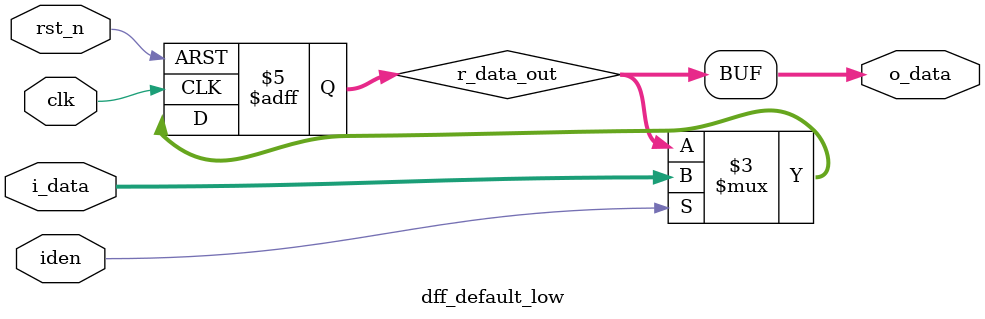
<source format=v>
module  dff_default_low
#(parameter DATA_WITDT  = 32)
(
input                       iden,
input   [DATA_WITDT-1:0]    i_data,
output  [DATA_WITDT-1:0]    o_data,
input                       clk,
input                       rst_n
);

reg [DATA_WITDT-1:0] r_data_out;

always@(posedge clk or negedge rst_n)begin
  if(~rst_n)
    r_data_out  <=  {DATA_WITDT{1'b0}};
  else if(iden)
    r_data_out  <=  i_data;
end

assign  o_data  = r_data_out;



endmodule

</source>
